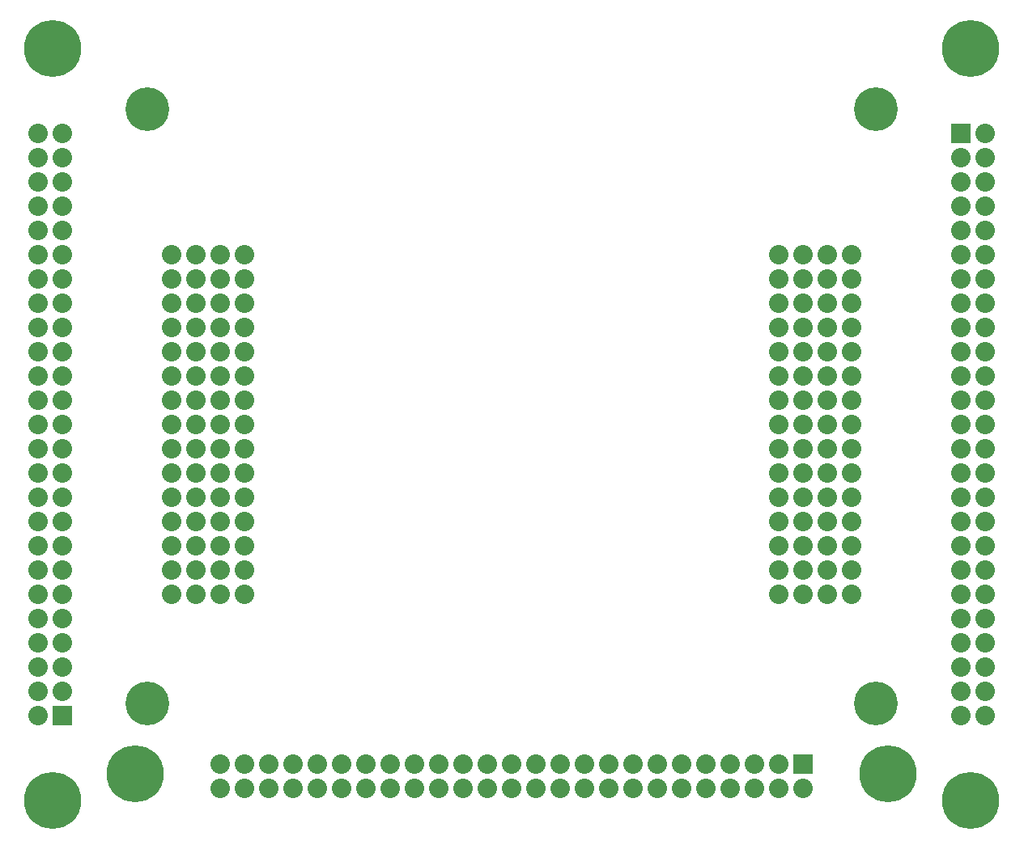
<source format=gts>
G04 (created by PCBNEW-RS274X (2011-11-27 BZR 3249)-stable) date 15/05/2012 4:52:55 PM*
G01*
G70*
G90*
%MOIN*%
G04 Gerber Fmt 3.4, Leading zero omitted, Abs format*
%FSLAX34Y34*%
G04 APERTURE LIST*
%ADD10C,0.006000*%
%ADD11R,0.080000X0.080000*%
%ADD12C,0.080000*%
%ADD13C,0.235000*%
%ADD14C,0.180000*%
G04 APERTURE END LIST*
G54D10*
G54D11*
X11500Y-36000D03*
G54D12*
X10500Y-36000D03*
X11500Y-35000D03*
X10500Y-35000D03*
X11500Y-34000D03*
X10500Y-34000D03*
X11500Y-33000D03*
X10500Y-33000D03*
X11500Y-32000D03*
X10500Y-32000D03*
X11500Y-31000D03*
X10500Y-31000D03*
X11500Y-30000D03*
X10500Y-30000D03*
X11500Y-29000D03*
X10500Y-29000D03*
X11500Y-28000D03*
X10500Y-28000D03*
X11500Y-27000D03*
X10500Y-27000D03*
G54D13*
X11100Y-39500D03*
G54D12*
X11500Y-26000D03*
X10500Y-26000D03*
X11500Y-25000D03*
X10500Y-25000D03*
X11500Y-24000D03*
X10500Y-24000D03*
X11500Y-23000D03*
X10500Y-23000D03*
X11500Y-22000D03*
X10500Y-22000D03*
X11500Y-21000D03*
X10500Y-21000D03*
X11500Y-20000D03*
X10500Y-20000D03*
X11500Y-19000D03*
X10500Y-19000D03*
X11500Y-18000D03*
X10500Y-18000D03*
X11500Y-17000D03*
X10500Y-17000D03*
X11500Y-16000D03*
X10500Y-16000D03*
X11500Y-15000D03*
X10500Y-15000D03*
X11500Y-14000D03*
X10500Y-14000D03*
X11500Y-13000D03*
X10500Y-13000D03*
X11500Y-12000D03*
X10500Y-12000D03*
G54D13*
X11100Y-08500D03*
G54D14*
X15000Y-35500D03*
X45000Y-35500D03*
X15000Y-11000D03*
G54D11*
X48500Y-12000D03*
G54D12*
X49500Y-12000D03*
X48500Y-13000D03*
X49500Y-13000D03*
X48500Y-14000D03*
X49500Y-14000D03*
X48500Y-15000D03*
X49500Y-15000D03*
X48500Y-16000D03*
X49500Y-16000D03*
X48500Y-17000D03*
X49500Y-17000D03*
X48500Y-18000D03*
X49500Y-18000D03*
X48500Y-19000D03*
X49500Y-19000D03*
X48500Y-20000D03*
X49500Y-20000D03*
X48500Y-21000D03*
X49500Y-21000D03*
G54D13*
X48900Y-08500D03*
G54D12*
X48500Y-22000D03*
X49500Y-22000D03*
X48500Y-23000D03*
X49500Y-23000D03*
X48500Y-24000D03*
X49500Y-24000D03*
X48500Y-25000D03*
X49500Y-25000D03*
X48500Y-26000D03*
X49500Y-26000D03*
X48500Y-27000D03*
X49500Y-27000D03*
X48500Y-28000D03*
X49500Y-28000D03*
X48500Y-29000D03*
X49500Y-29000D03*
X48500Y-30000D03*
X49500Y-30000D03*
X48500Y-31000D03*
X49500Y-31000D03*
X48500Y-32000D03*
X49500Y-32000D03*
X48500Y-33000D03*
X49500Y-33000D03*
X48500Y-34000D03*
X49500Y-34000D03*
X48500Y-35000D03*
X49500Y-35000D03*
X48500Y-36000D03*
X49500Y-36000D03*
G54D13*
X48900Y-39500D03*
G54D11*
X42000Y-38000D03*
G54D12*
X42000Y-39000D03*
X41000Y-38000D03*
X41000Y-39000D03*
X40000Y-38000D03*
X40000Y-39000D03*
X39000Y-38000D03*
X39000Y-39000D03*
X38000Y-38000D03*
X38000Y-39000D03*
X37000Y-38000D03*
X37000Y-39000D03*
X36000Y-38000D03*
X36000Y-39000D03*
X35000Y-38000D03*
X35000Y-39000D03*
X34000Y-38000D03*
X34000Y-39000D03*
X33000Y-38000D03*
X33000Y-39000D03*
G54D13*
X45500Y-38400D03*
G54D12*
X32000Y-38000D03*
X32000Y-39000D03*
X31000Y-38000D03*
X31000Y-39000D03*
X30000Y-38000D03*
X30000Y-39000D03*
X29000Y-38000D03*
X29000Y-39000D03*
X28000Y-38000D03*
X28000Y-39000D03*
X27000Y-38000D03*
X27000Y-39000D03*
X26000Y-38000D03*
X26000Y-39000D03*
X25000Y-38000D03*
X25000Y-39000D03*
X24000Y-38000D03*
X24000Y-39000D03*
X23000Y-38000D03*
X23000Y-39000D03*
X22000Y-38000D03*
X22000Y-39000D03*
X21000Y-38000D03*
X21000Y-39000D03*
X20000Y-38000D03*
X20000Y-39000D03*
X19000Y-38000D03*
X19000Y-39000D03*
X18000Y-38000D03*
X18000Y-39000D03*
G54D13*
X14500Y-38400D03*
G54D14*
X45000Y-11000D03*
G54D12*
X41000Y-17000D03*
X42000Y-17000D03*
X43000Y-17000D03*
X44000Y-17000D03*
X41000Y-18000D03*
X42000Y-18000D03*
X43000Y-18000D03*
X44000Y-18000D03*
X41000Y-19000D03*
X42000Y-19000D03*
X43000Y-19000D03*
X44000Y-19000D03*
X41000Y-20000D03*
X42000Y-20000D03*
X43000Y-20000D03*
X44000Y-20000D03*
X41000Y-21000D03*
X42000Y-21000D03*
X43000Y-21000D03*
X44000Y-21000D03*
X41000Y-22000D03*
X42000Y-22000D03*
X43000Y-22000D03*
X44000Y-22000D03*
X41000Y-23000D03*
X42000Y-23000D03*
X43000Y-23000D03*
X44000Y-23000D03*
X41000Y-24000D03*
X42000Y-24000D03*
X43000Y-24000D03*
X44000Y-24000D03*
X41000Y-25000D03*
X42000Y-25000D03*
X43000Y-25000D03*
X44000Y-25000D03*
X41000Y-26000D03*
X42000Y-26000D03*
X43000Y-26000D03*
X44000Y-26000D03*
X41000Y-27000D03*
X42000Y-27000D03*
X43000Y-27000D03*
X44000Y-27000D03*
X41000Y-28000D03*
X42000Y-28000D03*
X43000Y-28000D03*
X44000Y-28000D03*
X41000Y-29000D03*
X42000Y-29000D03*
X43000Y-29000D03*
X44000Y-29000D03*
X41000Y-30000D03*
X42000Y-30000D03*
X43000Y-30000D03*
X44000Y-30000D03*
X41000Y-31000D03*
X42000Y-31000D03*
X43000Y-31000D03*
X44000Y-31000D03*
X16000Y-31000D03*
X17000Y-31000D03*
X18000Y-31000D03*
X19000Y-31000D03*
X16000Y-30000D03*
X17000Y-30000D03*
X18000Y-30000D03*
X19000Y-30000D03*
X16000Y-29000D03*
X17000Y-29000D03*
X18000Y-29000D03*
X19000Y-29000D03*
X16000Y-28000D03*
X17000Y-28000D03*
X18000Y-28000D03*
X19000Y-28000D03*
X16000Y-27000D03*
X17000Y-27000D03*
X18000Y-27000D03*
X19000Y-27000D03*
X16000Y-26000D03*
X17000Y-26000D03*
X18000Y-26000D03*
X19000Y-26000D03*
X16000Y-25000D03*
X17000Y-25000D03*
X18000Y-25000D03*
X19000Y-25000D03*
X16000Y-24000D03*
X17000Y-24000D03*
X18000Y-24000D03*
X19000Y-24000D03*
X16000Y-23000D03*
X17000Y-23000D03*
X18000Y-23000D03*
X19000Y-23000D03*
X16000Y-22000D03*
X17000Y-22000D03*
X18000Y-22000D03*
X19000Y-22000D03*
X16000Y-21000D03*
X17000Y-21000D03*
X18000Y-21000D03*
X19000Y-21000D03*
X16000Y-20000D03*
X17000Y-20000D03*
X18000Y-20000D03*
X19000Y-20000D03*
X16000Y-19000D03*
X17000Y-19000D03*
X18000Y-19000D03*
X19000Y-19000D03*
X16000Y-18000D03*
X17000Y-18000D03*
X18000Y-18000D03*
X19000Y-18000D03*
X16000Y-17000D03*
X17000Y-17000D03*
X18000Y-17000D03*
X19000Y-17000D03*
M02*

</source>
